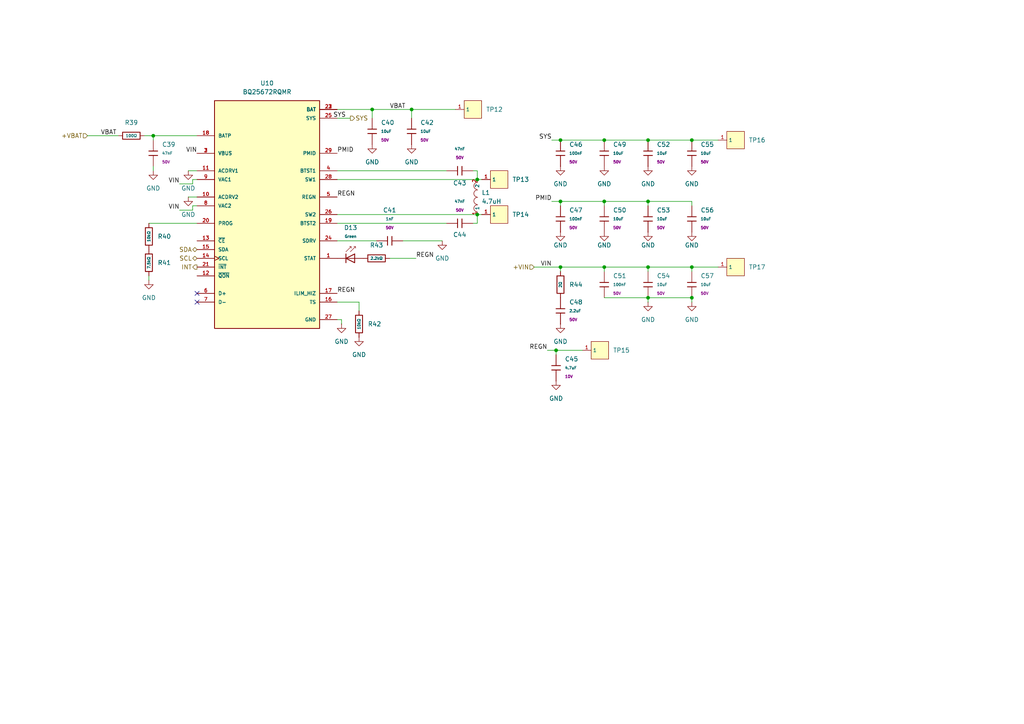
<source format=kicad_sch>
(kicad_sch (version 20250114) (generator "eeschema") (generator_version "9.0")
  (paper "A4")
  (title_block (title "4S Charger") (date "2025-09-11") (rev "1.0.0") (comment 1 "Tristan Stanford"))
  (junction (at 187.96 86.36))
  (junction (at 175.26 77.47))
  (junction (at 162.56 40.64))
  (junction (at 44.45 39.37))
  (junction (at 187.96 58.42))
  (junction (at 162.56 58.42))
  (junction (at 161.29 101.6))
  (junction (at 138.43 62.23))
  (junction (at 200.66 77.47))
  (junction (at 175.26 58.42))
  (junction (at 107.95 31.75))
  (junction (at 119.38 31.75))
  (junction (at 200.66 86.36))
  (junction (at 138.43 52.07))
  (junction (at 162.56 77.47))
  (junction (at 187.96 77.47))
  (junction (at 175.26 40.64))
  (junction (at 187.96 40.64))
  (junction (at 200.66 40.64))
  (no_connect (at 57.15 87.63))
  (no_connect (at 57.15 85.09))
  (wire (pts (xy 54.61 49.53) (xy 57.15 49.53)))
  (wire (pts (xy 187.96 77.47) (xy 187.96 78.74)))
  (wire (pts (xy 101.6 34.29) (xy 97.79 34.29)))
  (wire (pts (xy 175.26 77.47) (xy 175.26 78.74)))
  (wire (pts (xy 139.7 62.23) (xy 138.43 62.23)))
  (wire (pts (xy 55.88 52.07) (xy 57.15 52.07)))
  (wire (pts (xy 104.14 87.63) (xy 104.14 90.17)))
  (wire (pts (xy 162.56 40.64) (xy 175.26 40.64)))
  (wire (pts (xy 129.54 49.53) (xy 97.79 49.53)))
  (wire (pts (xy 187.96 87.63) (xy 187.96 86.36)))
  (wire (pts (xy 154.94 77.47) (xy 162.56 77.47)))
  (wire (pts (xy 25.4 39.37) (xy 34.29 39.37)))
  (wire (pts (xy 44.45 48.26) (xy 44.45 49.53)))
  (wire (pts (xy 138.43 62.23) (xy 138.43 64.77)))
  (wire (pts (xy 55.88 53.34) (xy 55.88 52.07)))
  (wire (pts (xy 200.66 59.69) (xy 200.66 58.42)))
  (wire (pts (xy 43.18 81.28) (xy 43.18 80.01)))
  (wire (pts (xy 113.03 74.93) (xy 120.65 74.93)))
  (wire (pts (xy 107.95 31.75) (xy 107.95 34.29)))
  (wire (pts (xy 97.79 52.07) (xy 138.43 52.07)))
  (wire (pts (xy 97.79 87.63) (xy 104.14 87.63)))
  (wire (pts (xy 187.96 77.47) (xy 200.66 77.47)))
  (wire (pts (xy 44.45 40.64) (xy 44.45 39.37)))
  (wire (pts (xy 97.79 92.71) (xy 99.06 92.71)))
  (wire (pts (xy 161.29 101.6) (xy 161.29 102.87)))
  (wire (pts (xy 175.26 86.36) (xy 187.96 86.36)))
  (wire (pts (xy 162.56 77.47) (xy 162.56 78.74)))
  (wire (pts (xy 129.54 64.77) (xy 97.79 64.77)))
  (wire (pts (xy 119.38 31.75) (xy 119.38 34.29)))
  (wire (pts (xy 175.26 58.42) (xy 187.96 58.42)))
  (wire (pts (xy 187.96 58.42) (xy 187.96 59.69)))
  (wire (pts (xy 138.43 49.53) (xy 137.16 49.53)))
  (wire (pts (xy 187.96 86.36) (xy 200.66 86.36)))
  (wire (pts (xy 97.79 31.75) (xy 107.95 31.75)))
  (wire (pts (xy 160.02 58.42) (xy 162.56 58.42)))
  (wire (pts (xy 54.61 57.15) (xy 57.15 57.15)))
  (wire (pts (xy 187.96 40.64) (xy 200.66 40.64)))
  (wire (pts (xy 52.07 53.34) (xy 55.88 53.34)))
  (wire (pts (xy 52.07 60.96) (xy 55.88 60.96)))
  (wire (pts (xy 200.66 77.47) (xy 200.66 78.74)))
  (wire (pts (xy 44.45 39.37) (xy 57.15 39.37)))
  (wire (pts (xy 97.79 62.23) (xy 138.43 62.23)))
  (wire (pts (xy 175.26 77.47) (xy 187.96 77.47)))
  (wire (pts (xy 128.27 69.85) (xy 116.84 69.85)))
  (wire (pts (xy 119.38 31.75) (xy 132.08 31.75)))
  (wire (pts (xy 138.43 52.07) (xy 139.7 52.07)))
  (wire (pts (xy 200.66 77.47) (xy 208.28 77.47)))
  (wire (pts (xy 200.66 58.42) (xy 187.96 58.42)))
  (wire (pts (xy 162.56 77.47) (xy 175.26 77.47)))
  (wire (pts (xy 162.56 58.42) (xy 175.26 58.42)))
  (wire (pts (xy 200.66 40.64) (xy 208.28 40.64)))
  (wire (pts (xy 161.29 101.6) (xy 168.91 101.6)))
  (wire (pts (xy 175.26 40.64) (xy 187.96 40.64)))
  (wire (pts (xy 55.88 59.69) (xy 57.15 59.69)))
  (wire (pts (xy 160.02 40.64) (xy 162.56 40.64)))
  (wire (pts (xy 97.79 69.85) (xy 109.22 69.85)))
  (wire (pts (xy 43.18 64.77) (xy 57.15 64.77)))
  (wire (pts (xy 200.66 87.63) (xy 200.66 86.36)))
  (wire (pts (xy 41.91 39.37) (xy 44.45 39.37)))
  (wire (pts (xy 107.95 31.75) (xy 119.38 31.75)))
  (wire (pts (xy 99.06 92.71) (xy 99.06 93.98)))
  (wire (pts (xy 175.26 58.42) (xy 175.26 59.69)))
  (wire (pts (xy 138.43 49.53) (xy 138.43 52.07)))
  (wire (pts (xy 162.56 58.42) (xy 162.56 59.69)))
  (wire (pts (xy 55.88 60.96) (xy 55.88 59.69)))
  (wire (pts (xy 138.43 64.77) (xy 137.16 64.77)))
  (wire (pts (xy 158.75 101.6) (xy 161.29 101.6)))
  (label "REGN" (at 158.75 101.6 180))
  (label "SYS" (at 100.33 34.29 180))
  (label "VIN" (at 57.15 44.45 180))
  (label "VIN" (at 160.02 77.47 180))
  (label "REGN" (at 97.79 57.15 0))
  (label "VBAT" (at 29.21 39.37 0))
  (label "VIN" (at 52.07 60.96 180))
  (label "VIN" (at 52.07 53.34 180))
  (label "PMID" (at 160.02 58.42 180))
  (label "REGN" (at 97.79 85.09 0))
  (label "REGN" (at 120.65 74.93 0))
  (label "PMID" (at 97.79 44.45 0))
  (label "SYS" (at 160.02 40.64 180))
  (label "VBAT" (at 113.03 31.75 0))
  (hierarchical_label "+VBAT" (shape input) (at 25.4 39.37 180))
  (hierarchical_label "+VIN" (shape input) (at 154.94 77.47 180))
  (hierarchical_label "SYS" (shape output) (at 101.6 34.29 0))
  (hierarchical_label "SCL" (shape bidirectional) (at 57.15 74.93 180))
  (hierarchical_label "INT" (shape output) (at 57.15 77.47 180))
  (hierarchical_label "SDA" (shape bidirectional) (at 57.15 72.39 180))
  (symbol (lib_id "4in-power:0402,10kΩ") (at 43.18 68.58 0) (unit 1)
    (property "Reference" "R40" (at 45.72 68.5799 0) (effects (justify left)))
    (property "Value" "10kΩ" (at 43.18 68.58 90) (effects (font (size 0.8 0.8))))
    (property "Footprint" "PCM_JLCPCB:R_0402" (effects (hide yes)))
    (property "Datasheet" "https://www.lcsc.com/datasheet/lcsc_datasheet_2411221126_UNI-ROYAL-Uniroyal-Elec-0402WGF1002TCE_C25744.pdf" (effects (hide yes)))
    (property "Description" "62.5mW Thick Film Resistors 50V ±100ppm/°C ±1% 10kΩ 0402 Chip Resistor - Surface Mount ROHS" (effects (hide yes)))
    (property "LCSC" "C25744" (effects (hide yes)))
    (property "Stock" "24372091" (effects (hide yes)))
    (property "Price" "0.004USD" (effects (hide yes)))
    (property "Process" "SMT" (effects (hide yes)))
    (property "Minimum Qty" "20" (effects (hide yes)))
    (property "Attrition Qty" "10" (effects (hide yes)))
    (property "Class" "Basic Component" (effects (hide yes)))
    (property "Category" "Resistors,Chip Resistor - Surface Mount" (effects (hide yes)))
    (property "Manufacturer" "UNI-ROYAL(Uniroyal Elec)" (effects (hide yes)))
    (property "Part" "0402WGF1002TCE" (effects (hide yes)))
    (property "Resistance" "10kΩ" (effects (hide yes)))
    (property "Power(Watts)" "62.5mW" (effects (hide yes)))
    (property "Type" "Thick Film Resistors" (effects (hide yes)))
    (property "Overload Voltage (Max)" "50V" (effects (hide yes)))
    (property "Operating Temperature Range" "-55°C~+155°C" (effects (hide yes)))
    (property "Tolerance" "±1%" (effects (hide yes)))
    (property "Temperature Coefficient" "±100ppm/°C" (effects (hide yes)))
  )
  (symbol (lib_id "power:GND") (at 200.66 48.26 0) (unit 1)
    (property "Reference" "#PWR086" (effects (hide yes)))
    (property "Value" "GND" (at 200.66 53.34 0))
    (property "Description" "Power symbol creates a global label with name \"GND\" , ground" (effects (hide yes)))
  )
  (symbol (lib_id "power:GND") (at 44.45 49.53 0) (unit 1)
    (property "Reference" "#PWR069" (effects (hide yes)))
    (property "Value" "GND" (at 44.45 54.61 0))
    (property "Description" "Power symbol creates a global label with name \"GND\" , ground" (effects (hide yes)))
  )
  (symbol (lib_id "4in-power:0805,10uF,(2)") (at 175.26 63.5 0) (unit 1)
    (property "Reference" "C50" (at 177.8 60.9599 0) (effects (justify left)))
    (property "Value" "10uF" (at 177.8 63.5 0) (effects (font (size 0.8 0.8)) (justify left)))
    (property "Footprint" "PCM_JLCPCB:C_0805" (effects (hide yes)))
    (property "Datasheet" "https://www.lcsc.com/datasheet/lcsc_datasheet_2411041759_Murata-Electronics-GRM21BR61H106KE43L_C440198.pdf" (effects (hide yes)))
    (property "Description" "50V 10uF X5R ±10% 0805 Multilayer Ceramic Capacitors MLCC - SMD/SMT ROHS" (effects (hide yes)))
    (property "LCSC" "C440198" (effects (hide yes)))
    (property "Stock" "1422246" (effects (hide yes)))
    (property "Price" "0.066USD" (effects (hide yes)))
    (property "Process" "SMT" (effects (hide yes)))
    (property "Minimum Qty" "5" (effects (hide yes)))
    (property "Attrition Qty" "4" (effects (hide yes)))
    (property "Class" "Basic Component" (effects (hide yes)))
    (property "Category" "Capacitors,Multilayer Ceramic Capacitors MLCC - SMD/SMT" (effects (hide yes)))
    (property "Manufacturer" "Murata Electronics" (effects (hide yes)))
    (property "Part" "GRM21BR61H106KE43L" (effects (hide yes)))
    (property "Voltage Rated" "50V" (at 177.8 66.04 0) (effects (font (size 0.8 0.8)) (justify left)))
    (property "Tolerance" "±10%" (effects (hide yes)))
    (property "Capacitance" "10uF" (effects (hide yes)))
    (property "Temperature Coefficient" "X5R" (effects (hide yes)))
  )
  (symbol (lib_id "4in-power:RH-5015") (at 173.99 101.6 0) (unit 1)
    (property "Reference" "TP15" (at 177.8 101.5999 0) (effects (justify left)))
    (property "Value" "RH-5015" (effects (hide yes)))
    (property "Footprint" "4in-power:SMD_RH-5015" (effects (hide yes)))
    (property "Datasheet" "https://cn.bing.com/search?q=datasheet%3A+%20RH-5015" (effects (hide yes)))
    (property "LCSC" "C5199798" (effects (hide yes)))
  )
  (symbol (lib_id "PCM_JLCPCB-Diodes:LED,0805,Green") (at 101.6 74.93 270) (unit 1)
    (property "Reference" "D13" (at 101.6952 66.04 90))
    (property "Value" "Green" (at 101.6952 68.58 90) (effects (font (size 0.8 0.8))))
    (property "Footprint" "PCM_JLCPCB:D_0805" (effects (hide yes)))
    (property "Datasheet" "https://www.lcsc.com/datasheet/lcsc_datasheet_1806151820_Hubei-KENTO-Elec-KT-0805G_C2297.pdf" (effects (hide yes)))
    (property "Description" "Emerald 0805 LED Indication - Discrete ROHS" (effects (hide yes)))
    (property "LCSC" "C2297" (effects (hide yes)))
    (property "Stock" "2062782" (effects (hide yes)))
    (property "Price" "0.014USD" (effects (hide yes)))
    (property "Process" "SMT" (effects (hide yes)))
    (property "Minimum Qty" "20" (effects (hide yes)))
    (property "Attrition Qty" "10" (effects (hide yes)))
    (property "Class" "Basic Component" (effects (hide yes)))
    (property "Category" "Optoelectronics,Light Emitting Diodes (LED)" (effects (hide yes)))
    (property "Manufacturer" "Hubei KENTO Elec" (effects (hide yes)))
    (property "Part" "KT-0805G" (effects (hide yes)))
    (property "Emitted Color" "Emerald" (effects (hide yes)))
  )
  (symbol (lib_id "4in-power:0402,10kΩ") (at 104.14 93.98 0) (unit 1)
    (property "Reference" "R42" (at 106.68 93.9799 0) (effects (justify left)))
    (property "Value" "10kΩ" (at 104.14 93.98 90) (effects (font (size 0.8 0.8))))
    (property "Footprint" "PCM_JLCPCB:R_0402" (effects (hide yes)))
    (property "Datasheet" "https://www.lcsc.com/datasheet/lcsc_datasheet_2411221126_UNI-ROYAL-Uniroyal-Elec-0402WGF1002TCE_C25744.pdf" (effects (hide yes)))
    (property "Description" "62.5mW Thick Film Resistors 50V ±100ppm/°C ±1% 10kΩ 0402 Chip Resistor - Surface Mount ROHS" (effects (hide yes)))
    (property "LCSC" "C25744" (effects (hide yes)))
    (property "Stock" "24372091" (effects (hide yes)))
    (property "Price" "0.004USD" (effects (hide yes)))
    (property "Process" "SMT" (effects (hide yes)))
    (property "Minimum Qty" "20" (effects (hide yes)))
    (property "Attrition Qty" "10" (effects (hide yes)))
    (property "Class" "Basic Component" (effects (hide yes)))
    (property "Category" "Resistors,Chip Resistor - Surface Mount" (effects (hide yes)))
    (property "Manufacturer" "UNI-ROYAL(Uniroyal Elec)" (effects (hide yes)))
    (property "Part" "0402WGF1002TCE" (effects (hide yes)))
    (property "Resistance" "10kΩ" (effects (hide yes)))
    (property "Power(Watts)" "62.5mW" (effects (hide yes)))
    (property "Type" "Thick Film Resistors" (effects (hide yes)))
    (property "Overload Voltage (Max)" "50V" (effects (hide yes)))
    (property "Operating Temperature Range" "-55°C~+155°C" (effects (hide yes)))
    (property "Tolerance" "±1%" (effects (hide yes)))
    (property "Temperature Coefficient" "±100ppm/°C" (effects (hide yes)))
  )
  (symbol (lib_id "4in-power:0805,10uF,(2)") (at 175.26 44.45 0) (unit 1)
    (property "Reference" "C49" (at 177.8 41.9099 0) (effects (justify left)))
    (property "Value" "10uF" (at 177.8 44.45 0) (effects (font (size 0.8 0.8)) (justify left)))
    (property "Footprint" "PCM_JLCPCB:C_0805" (effects (hide yes)))
    (property "Datasheet" "https://www.lcsc.com/datasheet/lcsc_datasheet_2411041759_Murata-Electronics-GRM21BR61H106KE43L_C440198.pdf" (effects (hide yes)))
    (property "Description" "50V 10uF X5R ±10% 0805 Multilayer Ceramic Capacitors MLCC - SMD/SMT ROHS" (effects (hide yes)))
    (property "LCSC" "C440198" (effects (hide yes)))
    (property "Stock" "1422246" (effects (hide yes)))
    (property "Price" "0.066USD" (effects (hide yes)))
    (property "Process" "SMT" (effects (hide yes)))
    (property "Minimum Qty" "5" (effects (hide yes)))
    (property "Attrition Qty" "4" (effects (hide yes)))
    (property "Class" "Basic Component" (effects (hide yes)))
    (property "Category" "Capacitors,Multilayer Ceramic Capacitors MLCC - SMD/SMT" (effects (hide yes)))
    (property "Manufacturer" "Murata Electronics" (effects (hide yes)))
    (property "Part" "GRM21BR61H106KE43L" (effects (hide yes)))
    (property "Voltage Rated" "50V" (at 177.8 46.99 0) (effects (font (size 0.8 0.8)) (justify left)))
    (property "Tolerance" "±10%" (effects (hide yes)))
    (property "Capacitance" "10uF" (effects (hide yes)))
    (property "Temperature Coefficient" "X5R" (effects (hide yes)))
  )
  (symbol (lib_id "4in-power:0603,47nF") (at 133.35 64.77 90) (unit 1)
    (property "Reference" "C44" (at 133.35 68.072 90))
    (property "Value" "47nF" (at 133.35 58.42 90) (effects (font (size 0.8 0.8))))
    (property "Footprint" "PCM_JLCPCB:C_0603" (effects (hide yes)))
    (property "Datasheet" "https://www.lcsc.com/datasheet/lcsc_datasheet_2304140030_Samsung-Electro-Mechanics-CL10B473KB8NNNC_C1622.pdf" (effects (hide yes)))
    (property "Description" "50V 47nF X7R ±10% 0603 Multilayer Ceramic Capacitors MLCC - SMD/SMT ROHS" (effects (hide yes)))
    (property "LCSC" "C1622" (effects (hide yes)))
    (property "Stock" "366842" (effects (hide yes)))
    (property "Price" "0.008USD" (effects (hide yes)))
    (property "Process" "SMT" (effects (hide yes)))
    (property "Minimum Qty" "20" (effects (hide yes)))
    (property "Attrition Qty" "10" (effects (hide yes)))
    (property "Class" "Basic Component" (effects (hide yes)))
    (property "Category" "Capacitors,Multilayer Ceramic Capacitors MLCC - SMD/SMT" (effects (hide yes)))
    (property "Manufacturer" "Samsung Electro-Mechanics" (effects (hide yes)))
    (property "Part" "CL10B473KB8NNNC" (effects (hide yes)))
    (property "Voltage Rated" "50V" (at 133.35 60.96 90) (effects (font (size 0.8 0.8))))
    (property "Tolerance" "±10%" (effects (hide yes)))
    (property "Capacitance" "47nF" (effects (hide yes)))
    (property "Temperature Coefficient" "X7R" (effects (hide yes)))
  )
  (symbol (lib_id "4in-power:0805,10uF,(2)") (at 119.38 38.1 0) (unit 1)
    (property "Reference" "C42" (at 121.92 35.5599 0) (effects (justify left)))
    (property "Value" "10uF" (at 121.92 38.1 0) (effects (font (size 0.8 0.8)) (justify left)))
    (property "Footprint" "PCM_JLCPCB:C_0805" (effects (hide yes)))
    (property "Datasheet" "https://www.lcsc.com/datasheet/lcsc_datasheet_2411041759_Murata-Electronics-GRM21BR61H106KE43L_C440198.pdf" (effects (hide yes)))
    (property "Description" "50V 10uF X5R ±10% 0805 Multilayer Ceramic Capacitors MLCC - SMD/SMT ROHS" (effects (hide yes)))
    (property "LCSC" "C440198" (effects (hide yes)))
    (property "Stock" "1422246" (effects (hide yes)))
    (property "Price" "0.066USD" (effects (hide yes)))
    (property "Process" "SMT" (effects (hide yes)))
    (property "Minimum Qty" "5" (effects (hide yes)))
    (property "Attrition Qty" "4" (effects (hide yes)))
    (property "Class" "Basic Component" (effects (hide yes)))
    (property "Category" "Capacitors,Multilayer Ceramic Capacitors MLCC - SMD/SMT" (effects (hide yes)))
    (property "Manufacturer" "Murata Electronics" (effects (hide yes)))
    (property "Part" "GRM21BR61H106KE43L" (effects (hide yes)))
    (property "Voltage Rated" "50V" (at 121.92 40.64 0) (effects (font (size 0.8 0.8)) (justify left)))
    (property "Tolerance" "±10%" (effects (hide yes)))
    (property "Capacitance" "10uF" (effects (hide yes)))
    (property "Temperature Coefficient" "X5R" (effects (hide yes)))
  )
  (symbol (lib_id "4in-power:0805,10uF,(2)") (at 187.96 44.45 0) (unit 1)
    (property "Reference" "C52" (at 190.5 41.9099 0) (effects (justify left)))
    (property "Value" "10uF" (at 190.5 44.45 0) (effects (font (size 0.8 0.8)) (justify left)))
    (property "Footprint" "PCM_JLCPCB:C_0805" (effects (hide yes)))
    (property "Datasheet" "https://www.lcsc.com/datasheet/lcsc_datasheet_2411041759_Murata-Electronics-GRM21BR61H106KE43L_C440198.pdf" (effects (hide yes)))
    (property "Description" "50V 10uF X5R ±10% 0805 Multilayer Ceramic Capacitors MLCC - SMD/SMT ROHS" (effects (hide yes)))
    (property "LCSC" "C440198" (effects (hide yes)))
    (property "Stock" "1422246" (effects (hide yes)))
    (property "Price" "0.066USD" (effects (hide yes)))
    (property "Process" "SMT" (effects (hide yes)))
    (property "Minimum Qty" "5" (effects (hide yes)))
    (property "Attrition Qty" "4" (effects (hide yes)))
    (property "Class" "Basic Component" (effects (hide yes)))
    (property "Category" "Capacitors,Multilayer Ceramic Capacitors MLCC - SMD/SMT" (effects (hide yes)))
    (property "Manufacturer" "Murata Electronics" (effects (hide yes)))
    (property "Part" "GRM21BR61H106KE43L" (effects (hide yes)))
    (property "Voltage Rated" "50V" (at 190.5 46.99 0) (effects (font (size 0.8 0.8)) (justify left)))
    (property "Tolerance" "±10%" (effects (hide yes)))
    (property "Capacitance" "10uF" (effects (hide yes)))
    (property "Temperature Coefficient" "X5R" (effects (hide yes)))
  )
  (symbol (lib_id "power:GND") (at 187.96 67.31 0) (unit 1)
    (property "Reference" "#PWR084" (effects (hide yes)))
    (property "Value" "GND" (at 187.96 71.12 0))
    (property "Description" "Power symbol creates a global label with name \"GND\" , ground" (effects (hide yes)))
  )
  (symbol (lib_id "4in-power:RH-5015") (at 213.36 40.64 0) (unit 1)
    (property "Reference" "TP16" (at 217.17 40.6399 0) (effects (justify left)))
    (property "Value" "RH-5015" (effects (hide yes)))
    (property "Footprint" "4in-power:SMD_RH-5015" (effects (hide yes)))
    (property "Datasheet" "https://cn.bing.com/search?q=datasheet%3A+%20RH-5015" (effects (hide yes)))
    (property "LCSC" "C5199798" (effects (hide yes)))
  )
  (symbol (lib_id "4in-power:RH-5015") (at 137.16 31.75 0) (unit 1)
    (property "Reference" "TP12" (at 140.97 31.7499 0) (effects (justify left)))
    (property "Value" "RH-5015" (effects (hide yes)))
    (property "Footprint" "4in-power:SMD_RH-5015" (effects (hide yes)))
    (property "Datasheet" "https://cn.bing.com/search?q=datasheet%3A+%20RH-5015" (effects (hide yes)))
    (property "LCSC" "C5199798" (effects (hide yes)))
  )
  (symbol (lib_id "power:GND") (at 175.26 67.31 0) (unit 1)
    (property "Reference" "#PWR082" (effects (hide yes)))
    (property "Value" "GND" (at 175.26 71.12 0))
    (property "Description" "Power symbol creates a global label with name \"GND\" , ground" (effects (hide yes)))
  )
  (symbol (lib_id "power:GND") (at 99.06 93.98 0) (unit 1)
    (property "Reference" "#PWR072" (effects (hide yes)))
    (property "Value" "GND" (at 99.06 99.06 0))
    (property "Description" "Power symbol creates a global label with name \"GND\" , ground" (effects (hide yes)))
  )
  (symbol (lib_id "4in-power:RH-5015") (at 144.78 62.23 0) (unit 1)
    (property "Reference" "TP14" (at 148.59 62.2299 0) (effects (justify left)))
    (property "Value" "RH-5015" (effects (hide yes)))
    (property "Footprint" "4in-power:SMD_RH-5015" (effects (hide yes)))
    (property "Datasheet" "https://cn.bing.com/search?q=datasheet%3A+%20RH-5015" (effects (hide yes)))
    (property "LCSC" "C5199798" (effects (hide yes)))
  )
  (symbol (lib_id "power:GND") (at 161.29 110.49 0) (mirror y) (unit 1)
    (property "Reference" "#PWR077" (effects (hide yes)))
    (property "Value" "GND" (at 161.29 115.57 0))
    (property "Description" "Power symbol creates a global label with name \"GND\" , ground" (effects (hide yes)))
  )
  (symbol (lib_id "power:GND") (at 128.27 69.85 0) (unit 1)
    (property "Reference" "#PWR076" (effects (hide yes)))
    (property "Value" "GND" (at 128.27 74.93 0))
    (property "Description" "Power symbol creates a global label with name \"GND\" , ground" (effects (hide yes)))
  )
  (symbol (lib_id "4in-power:RH-5015") (at 144.78 52.07 0) (unit 1)
    (property "Reference" "TP13" (at 148.59 52.0699 0) (effects (justify left)))
    (property "Value" "RH-5015" (effects (hide yes)))
    (property "Footprint" "4in-power:SMD_RH-5015" (effects (hide yes)))
    (property "Datasheet" "https://cn.bing.com/search?q=datasheet%3A+%20RH-5015" (effects (hide yes)))
    (property "LCSC" "C5199798" (effects (hide yes)))
  )
  (symbol (lib_id "4in-power:BQ25672RQMR") (at 77.47 62.23 0) (unit 1)
    (property "Reference" "U10" (at 77.47 24.13 0))
    (property "Value" "BQ25672RQMR" (at 77.47 26.67 0))
    (property "Footprint" "4in-power:IC_BQ25672RQMR" (effects (hide yes)))
    (property "Description" "I²C controlled, 1- to 4-cell, 3-A buck battery charger with dual-input selector and integrated ADC" (effects (hide yes)))
    (property "MF" "Texas Instruments" (effects (hide yes)))
    (property "MAXIMUM_PACKAGE_HEIGHT" "1.0mm" (effects (hide yes)))
    (property "Package" "VFQFN-29 Texas Instruments" (effects (hide yes)))
    (property "Price" "None" (effects (hide yes)))
    (property "Check_prices" "https://www.snapeda.com/parts/BQ25672RQMR/Texas+Instruments/view-part/?ref=eda" (effects (hide yes)))
    (property "STANDARD" "Manufacturer Recommendations" (effects (hide yes)))
    (property "PARTREV" "A" (effects (hide yes)))
    (property "SnapEDA_Link" "https://www.snapeda.com/parts/BQ25672RQMR/Texas+Instruments/view-part/?ref=snap" (effects (hide yes)))
    (property "MP" "BQ25672RQMR" (effects (hide yes)))
    (property "Availability" "In Stock" (effects (hide yes)))
    (property "MANUFACTURER" "Texas Instruments" (effects (hide yes)))
  )
  (symbol (lib_id "power:GND") (at 187.96 87.63 0) (unit 1)
    (property "Reference" "#PWR085" (effects (hide yes)))
    (property "Value" "GND" (at 187.96 92.71 0))
    (property "Description" "Power symbol creates a global label with name \"GND\" , ground" (effects (hide yes)))
  )
  (symbol (lib_id "4in-power:0805,10uF,(2)") (at 187.96 63.5 0) (unit 1)
    (property "Reference" "C53" (at 190.5 60.9599 0) (effects (justify left)))
    (property "Value" "10uF" (at 190.5 63.5 0) (effects (font (size 0.8 0.8)) (justify left)))
    (property "Footprint" "PCM_JLCPCB:C_0805" (effects (hide yes)))
    (property "Datasheet" "https://www.lcsc.com/datasheet/lcsc_datasheet_2411041759_Murata-Electronics-GRM21BR61H106KE43L_C440198.pdf" (effects (hide yes)))
    (property "Description" "50V 10uF X5R ±10% 0805 Multilayer Ceramic Capacitors MLCC - SMD/SMT ROHS" (effects (hide yes)))
    (property "LCSC" "C440198" (effects (hide yes)))
    (property "Stock" "1422246" (effects (hide yes)))
    (property "Price" "0.066USD" (effects (hide yes)))
    (property "Process" "SMT" (effects (hide yes)))
    (property "Minimum Qty" "5" (effects (hide yes)))
    (property "Attrition Qty" "4" (effects (hide yes)))
    (property "Class" "Basic Component" (effects (hide yes)))
    (property "Category" "Capacitors,Multilayer Ceramic Capacitors MLCC - SMD/SMT" (effects (hide yes)))
    (property "Manufacturer" "Murata Electronics" (effects (hide yes)))
    (property "Part" "GRM21BR61H106KE43L" (effects (hide yes)))
    (property "Voltage Rated" "50V" (at 190.5 66.04 0) (effects (font (size 0.8 0.8)) (justify left)))
    (property "Tolerance" "±10%" (effects (hide yes)))
    (property "Capacitance" "10uF" (effects (hide yes)))
    (property "Temperature Coefficient" "X5R" (effects (hide yes)))
  )
  (symbol (lib_id "4in-power:0402,2.2kΩ") (at 109.22 74.93 90) (unit 1)
    (property "Reference" "R43" (at 109.22 71.12 90))
    (property "Value" "2.2kΩ" (at 109.22 74.93 90) (effects (font (size 0.8 0.8))))
    (property "Footprint" "PCM_JLCPCB:R_0402" (effects (hide yes)))
    (property "Datasheet" "https://www.lcsc.com/datasheet/lcsc_datasheet_2206010045_UNI-ROYAL-Uniroyal-Elec-0402WGF2201TCE_C25879.pdf" (effects (hide yes)))
    (property "Description" "62.5mW Thick Film Resistors 50V ±100ppm/°C ±1% 2.2kΩ 0402 Chip Resistor - Surface Mount ROHS" (effects (hide yes)))
    (property "LCSC" "C25879" (effects (hide yes)))
    (property "Stock" "1767502" (effects (hide yes)))
    (property "Price" "0.004USD" (effects (hide yes)))
    (property "Process" "SMT" (effects (hide yes)))
    (property "Minimum Qty" "20" (effects (hide yes)))
    (property "Attrition Qty" "10" (effects (hide yes)))
    (property "Class" "Basic Component" (effects (hide yes)))
    (property "Category" "Resistors,Chip Resistor - Surface Mount" (effects (hide yes)))
    (property "Manufacturer" "UNI-ROYAL(Uniroyal Elec)" (effects (hide yes)))
    (property "Part" "0402WGF2201TCE" (effects (hide yes)))
    (property "Resistance" "2.2kΩ" (effects (hide yes)))
    (property "Power(Watts)" "62.5mW" (effects (hide yes)))
    (property "Type" "Thick Film Resistors" (effects (hide yes)))
    (property "Overload Voltage (Max)" "50V" (effects (hide yes)))
    (property "Operating Temperature Range" "-55°C~+155°C" (effects (hide yes)))
    (property "Tolerance" "±1%" (effects (hide yes)))
    (property "Temperature Coefficient" "±100ppm/°C" (effects (hide yes)))
  )
  (symbol (lib_id "4in-power:0402,1nF") (at 113.03 69.85 90) (unit 1)
    (property "Reference" "C41" (at 113.03 60.96 90))
    (property "Value" "1nF" (at 113.03 63.5 90) (effects (font (size 0.8 0.8))))
    (property "Footprint" "PCM_JLCPCB:C_0402" (effects (hide yes)))
    (property "Datasheet" "https://www.lcsc.com/datasheet/lcsc_datasheet_2304140030_FH--Guangdong-Fenghua-Advanced-Tech-0402B102K500NT_C1523.pdf" (effects (hide yes)))
    (property "Description" "50V 1nF X7R ±10% 0402 Multilayer Ceramic Capacitors MLCC - SMD/SMT ROHS" (effects (hide yes)))
    (property "LCSC" "C1523" (effects (hide yes)))
    (property "Stock" "4702397" (effects (hide yes)))
    (property "Price" "0.004USD" (effects (hide yes)))
    (property "Process" "SMT" (effects (hide yes)))
    (property "Minimum Qty" "20" (effects (hide yes)))
    (property "Attrition Qty" "10" (effects (hide yes)))
    (property "Class" "Basic Component" (effects (hide yes)))
    (property "Category" "Capacitors,Multilayer Ceramic Capacitors MLCC - SMD/SMT" (effects (hide yes)))
    (property "Manufacturer" "FH(Guangdong Fenghua Advanced Tech)" (effects (hide yes)))
    (property "Part" "0402B102K500NT" (effects (hide yes)))
    (property "Voltage Rated" "50V" (at 113.03 66.04 90) (effects (font (size 0.8 0.8))))
    (property "Tolerance" "±10%" (effects (hide yes)))
    (property "Capacitance" "1nF" (effects (hide yes)))
    (property "Temperature Coefficient" "X7R" (effects (hide yes)))
  )
  (symbol (lib_id "power:GND") (at 175.26 48.26 0) (unit 1)
    (property "Reference" "#PWR081" (effects (hide yes)))
    (property "Value" "GND" (at 175.26 53.34 0))
    (property "Description" "Power symbol creates a global label with name \"GND\" , ground" (effects (hide yes)))
  )
  (symbol (lib_id "4in-power:0805,2.2uF") (at 162.56 90.17 0) (unit 1)
    (property "Reference" "C48" (at 165.1 87.6299 0) (effects (justify left)))
    (property "Value" "2.2uF" (at 165.1 90.17 0) (effects (font (size 0.8 0.8)) (justify left)))
    (property "Footprint" "PCM_JLCPCB:C_0805" (effects (hide yes)))
    (property "Datasheet" "https://wmsc.lcsc.com/wmsc/upload/file/pdf/v2/lcsc/2304140030_Samsung-Electro-Mechanics-CL21A225KBQNNNE_C377773.pdf" (effects (hide yes)))
    (property "Description" "50V 2.2uF X5R ±10% 0805 Multilayer Ceramic Capacitors MLCC - SMD/SMT ROHS" (effects (hide yes)))
    (property "LCSC" "C377773" (effects (hide yes)))
    (property "Stock" "356544" (effects (hide yes)))
    (property "Price" "0.018USD" (effects (hide yes)))
    (property "Process" "SMT" (effects (hide yes)))
    (property "Minimum Qty" "20" (effects (hide yes)))
    (property "Attrition Qty" "8" (effects (hide yes)))
    (property "Class" "Basic Component" (effects (hide yes)))
    (property "Category" "Capacitors,Multilayer Ceramic Capacitors MLCC - SMD/SMT" (effects (hide yes)))
    (property "Manufacturer" "Samsung Electro-Mechanics" (effects (hide yes)))
    (property "Part" "CL21A225KBQNNNE" (effects (hide yes)))
    (property "Voltage Rated" "50V" (at 165.1 92.71 0) (effects (font (size 0.8 0.8)) (justify left)))
    (property "Tolerance" "±10%" (effects (hide yes)))
    (property "Capacitance" "2.2uF" (effects (hide yes)))
    (property "Temperature Coefficient" "X5R" (effects (hide yes)))
  )
  (symbol (lib_id "4in-power:0402,100nF,(2)") (at 162.56 63.5 0) (unit 1)
    (property "Reference" "C47" (at 165.1 60.9599 0) (effects (justify left)))
    (property "Value" "100nF" (at 165.1 63.5 0) (effects (font (size 0.8 0.8)) (justify left)))
    (property "Footprint" "PCM_JLCPCB:C_0402" (effects (hide yes)))
    (property "Datasheet" "https://www.lcsc.com/datasheet/lcsc_datasheet_2304140030_Samsung-Electro-Mechanics-CL05B104KB54PNC_C307331.pdf" (effects (hide yes)))
    (property "Description" "50V 100nF X7R ±10% 0402 Multilayer Ceramic Capacitors MLCC - SMD/SMT ROHS" (effects (hide yes)))
    (property "LCSC" "C307331" (effects (hide yes)))
    (property "Stock" "8389599" (effects (hide yes)))
    (property "Price" "0.008USD" (effects (hide yes)))
    (property "Process" "SMT" (effects (hide yes)))
    (property "Minimum Qty" "20" (effects (hide yes)))
    (property "Attrition Qty" "10" (effects (hide yes)))
    (property "Class" "Basic Component" (effects (hide yes)))
    (property "Category" "Capacitors,Multilayer Ceramic Capacitors MLCC - SMD/SMT" (effects (hide yes)))
    (property "Manufacturer" "Samsung Electro-Mechanics" (effects (hide yes)))
    (property "Part" "CL05B104KB54PNC" (effects (hide yes)))
    (property "Voltage Rated" "50V" (at 165.1 66.04 0) (effects (font (size 0.8 0.8)) (justify left)))
    (property "Tolerance" "±10%" (effects (hide yes)))
    (property "Capacitance" "100nF" (effects (hide yes)))
    (property "Temperature Coefficient" "X7R" (effects (hide yes)))
  )
  (symbol (lib_id "4in-power:TMS322512ALM-1R0MTAA") (at 138.43 57.15 90) (unit 1)
    (property "Reference" "L1" (at 139.7 55.8799 90) (effects (justify right)))
    (property "Value" "4.7uH" (at 139.7 58.4199 90) (effects (justify right)))
    (property "Footprint" "4in-power:IND-SMD_L3.2-W2.5-1" (effects (hide yes)))
    (property "Datasheet" "https://item.szlcsc.com/198502.html" (effects (hide yes)))
    (property "LCSC" "C5159968" (effects (hide yes)))
  )
  (symbol (lib_id "4in-power:0805,10uF,(2)") (at 200.66 63.5 0) (unit 1)
    (property "Reference" "C56" (at 203.2 60.9599 0) (effects (justify left)))
    (property "Value" "10uF" (at 203.2 63.5 0) (effects (font (size 0.8 0.8)) (justify left)))
    (property "Footprint" "PCM_JLCPCB:C_0805" (effects (hide yes)))
    (property "Datasheet" "https://www.lcsc.com/datasheet/lcsc_datasheet_2411041759_Murata-Electronics-GRM21BR61H106KE43L_C440198.pdf" (effects (hide yes)))
    (property "Description" "50V 10uF X5R ±10% 0805 Multilayer Ceramic Capacitors MLCC - SMD/SMT ROHS" (effects (hide yes)))
    (property "LCSC" "C440198" (effects (hide yes)))
    (property "Stock" "1422246" (effects (hide yes)))
    (property "Price" "0.066USD" (effects (hide yes)))
    (property "Process" "SMT" (effects (hide yes)))
    (property "Minimum Qty" "5" (effects (hide yes)))
    (property "Attrition Qty" "4" (effects (hide yes)))
    (property "Class" "Basic Component" (effects (hide yes)))
    (property "Category" "Capacitors,Multilayer Ceramic Capacitors MLCC - SMD/SMT" (effects (hide yes)))
    (property "Manufacturer" "Murata Electronics" (effects (hide yes)))
    (property "Part" "GRM21BR61H106KE43L" (effects (hide yes)))
    (property "Voltage Rated" "50V" (at 203.2 66.04 0) (effects (font (size 0.8 0.8)) (justify left)))
    (property "Tolerance" "±10%" (effects (hide yes)))
    (property "Capacitance" "10uF" (effects (hide yes)))
    (property "Temperature Coefficient" "X5R" (effects (hide yes)))
  )
  (symbol (lib_id "power:GND") (at 162.56 48.26 0) (unit 1)
    (property "Reference" "#PWR078" (effects (hide yes)))
    (property "Value" "GND" (at 162.56 53.34 0))
    (property "Description" "Power symbol creates a global label with name \"GND\" , ground" (effects (hide yes)))
  )
  (symbol (lib_id "power:GND") (at 107.95 41.91 0) (mirror y) (unit 1)
    (property "Reference" "#PWR074" (effects (hide yes)))
    (property "Value" "GND" (at 107.95 46.99 0))
    (property "Description" "Power symbol creates a global label with name \"GND\" , ground" (effects (hide yes)))
  )
  (symbol (lib_id "4in-power:0805,10uF,(2)") (at 200.66 44.45 0) (unit 1)
    (property "Reference" "C55" (at 203.2 41.9099 0) (effects (justify left)))
    (property "Value" "10uF" (at 203.2 44.45 0) (effects (font (size 0.8 0.8)) (justify left)))
    (property "Footprint" "PCM_JLCPCB:C_0805" (effects (hide yes)))
    (property "Datasheet" "https://www.lcsc.com/datasheet/lcsc_datasheet_2411041759_Murata-Electronics-GRM21BR61H106KE43L_C440198.pdf" (effects (hide yes)))
    (property "Description" "50V 10uF X5R ±10% 0805 Multilayer Ceramic Capacitors MLCC - SMD/SMT ROHS" (effects (hide yes)))
    (property "LCSC" "C440198" (effects (hide yes)))
    (property "Stock" "1422246" (effects (hide yes)))
    (property "Price" "0.066USD" (effects (hide yes)))
    (property "Process" "SMT" (effects (hide yes)))
    (property "Minimum Qty" "5" (effects (hide yes)))
    (property "Attrition Qty" "4" (effects (hide yes)))
    (property "Class" "Basic Component" (effects (hide yes)))
    (property "Category" "Capacitors,Multilayer Ceramic Capacitors MLCC - SMD/SMT" (effects (hide yes)))
    (property "Manufacturer" "Murata Electronics" (effects (hide yes)))
    (property "Part" "GRM21BR61H106KE43L" (effects (hide yes)))
    (property "Voltage Rated" "50V" (at 203.2 46.99 0) (effects (font (size 0.8 0.8)) (justify left)))
    (property "Tolerance" "±10%" (effects (hide yes)))
    (property "Capacitance" "10uF" (effects (hide yes)))
    (property "Temperature Coefficient" "X5R" (effects (hide yes)))
  )
  (symbol (lib_id "power:GND") (at 54.61 49.53 0) (unit 1)
    (property "Reference" "#PWR070" (effects (hide yes)))
    (property "Value" "GND" (at 54.61 54.61 0))
    (property "Description" "Power symbol creates a global label with name \"GND\" , ground" (effects (hide yes)))
  )
  (symbol (lib_id "4in-power:0402,7.5kΩ") (at 43.18 76.2 0) (unit 1)
    (property "Reference" "R41" (at 45.72 76.1999 0) (effects (justify left)))
    (property "Value" "7.5kΩ" (at 43.18 76.2 90) (effects (font (size 0.8 0.8))))
    (property "Footprint" "PCM_JLCPCB:R_0402" (effects (hide yes)))
    (property "Datasheet" "https://www.lcsc.com/datasheet/lcsc_datasheet_2206010045_UNI-ROYAL-Uniroyal-Elec-0402WGF7501TCE_C25918.pdf" (effects (hide yes)))
    (property "Description" "62.5mW Thick Film Resistors 50V ±100ppm/°C ±1% 7.5kΩ 0402 Chip Resistor - Surface Mount ROHS" (effects (hide yes)))
    (property "LCSC" "C25918" (effects (hide yes)))
    (property "Stock" "105011" (effects (hide yes)))
    (property "Price" "0.004USD" (effects (hide yes)))
    (property "Process" "SMT" (effects (hide yes)))
    (property "Minimum Qty" "20" (effects (hide yes)))
    (property "Attrition Qty" "10" (effects (hide yes)))
    (property "Class" "Preferred Component" (effects (hide yes)))
    (property "Category" "Resistors,Chip Resistor - Surface Mount" (effects (hide yes)))
    (property "Manufacturer" "UNI-ROYAL(Uniroyal Elec)" (effects (hide yes)))
    (property "Part" "0402WGF7501TCE" (effects (hide yes)))
    (property "Resistance" "7.5kΩ" (effects (hide yes)))
    (property "Power(Watts)" "62.5mW" (effects (hide yes)))
    (property "Type" "Thick Film Resistors" (effects (hide yes)))
    (property "Overload Voltage (Max)" "50V" (effects (hide yes)))
    (property "Operating Temperature Range" "-55°C~+155°C" (effects (hide yes)))
    (property "Tolerance" "±1%" (effects (hide yes)))
    (property "Temperature Coefficient" "±100ppm/°C" (effects (hide yes)))
  )
  (symbol (lib_id "4in-power:0805,10uF,(2)") (at 187.96 82.55 0) (unit 1)
    (property "Reference" "C54" (at 190.5 80.0099 0) (effects (justify left)))
    (property "Value" "10uF" (at 190.5 82.55 0) (effects (font (size 0.8 0.8)) (justify left)))
    (property "Footprint" "PCM_JLCPCB:C_0805" (effects (hide yes)))
    (property "Datasheet" "https://www.lcsc.com/datasheet/lcsc_datasheet_2411041759_Murata-Electronics-GRM21BR61H106KE43L_C440198.pdf" (effects (hide yes)))
    (property "Description" "50V 10uF X5R ±10% 0805 Multilayer Ceramic Capacitors MLCC - SMD/SMT ROHS" (effects (hide yes)))
    (property "LCSC" "C440198" (effects (hide yes)))
    (property "Stock" "1422246" (effects (hide yes)))
    (property "Price" "0.066USD" (effects (hide yes)))
    (property "Process" "SMT" (effects (hide yes)))
    (property "Minimum Qty" "5" (effects (hide yes)))
    (property "Attrition Qty" "4" (effects (hide yes)))
    (property "Class" "Basic Component" (effects (hide yes)))
    (property "Category" "Capacitors,Multilayer Ceramic Capacitors MLCC - SMD/SMT" (effects (hide yes)))
    (property "Manufacturer" "Murata Electronics" (effects (hide yes)))
    (property "Part" "GRM21BR61H106KE43L" (effects (hide yes)))
    (property "Voltage Rated" "50V" (at 190.5 85.09 0) (effects (font (size 0.8 0.8)) (justify left)))
    (property "Tolerance" "±10%" (effects (hide yes)))
    (property "Capacitance" "10uF" (effects (hide yes)))
    (property "Temperature Coefficient" "X5R" (effects (hide yes)))
  )
  (symbol (lib_id "4in-power:RH-5015") (at 213.36 77.47 0) (unit 1)
    (property "Reference" "TP17" (at 217.17 77.4699 0) (effects (justify left)))
    (property "Value" "RH-5015" (effects (hide yes)))
    (property "Footprint" "4in-power:SMD_RH-5015" (effects (hide yes)))
    (property "Datasheet" "https://cn.bing.com/search?q=datasheet%3A+%20RH-5015" (effects (hide yes)))
    (property "LCSC" "C5199798" (effects (hide yes)))
  )
  (symbol (lib_id "power:GND") (at 162.56 67.31 0) (unit 1)
    (property "Reference" "#PWR079" (effects (hide yes)))
    (property "Value" "GND" (at 162.56 71.12 0))
    (property "Description" "Power symbol creates a global label with name \"GND\" , ground" (effects (hide yes)))
  )
  (symbol (lib_id "power:GND") (at 54.61 57.15 0) (unit 1)
    (property "Reference" "#PWR071" (effects (hide yes)))
    (property "Value" "GND" (at 54.61 62.23 0))
    (property "Description" "Power symbol creates a global label with name \"GND\" , ground" (effects (hide yes)))
  )
  (symbol (lib_id "power:GND") (at 200.66 87.63 0) (unit 1)
    (property "Reference" "#PWR088" (effects (hide yes)))
    (property "Value" "GND" (at 200.66 92.71 0))
    (property "Description" "Power symbol creates a global label with name \"GND\" , ground" (effects (hide yes)))
  )
  (symbol (lib_id "4in-power:0402,100nF,(2)") (at 162.56 44.45 0) (unit 1)
    (property "Reference" "C46" (at 165.1 41.9099 0) (effects (justify left)))
    (property "Value" "100nF" (at 165.1 44.45 0) (effects (font (size 0.8 0.8)) (justify left)))
    (property "Footprint" "PCM_JLCPCB:C_0402" (effects (hide yes)))
    (property "Datasheet" "https://www.lcsc.com/datasheet/lcsc_datasheet_2304140030_Samsung-Electro-Mechanics-CL05B104KB54PNC_C307331.pdf" (effects (hide yes)))
    (property "Description" "50V 100nF X7R ±10% 0402 Multilayer Ceramic Capacitors MLCC - SMD/SMT ROHS" (effects (hide yes)))
    (property "LCSC" "C307331" (effects (hide yes)))
    (property "Stock" "8389599" (effects (hide yes)))
    (property "Price" "0.008USD" (effects (hide yes)))
    (property "Process" "SMT" (effects (hide yes)))
    (property "Minimum Qty" "20" (effects (hide yes)))
    (property "Attrition Qty" "10" (effects (hide yes)))
    (property "Class" "Basic Component" (effects (hide yes)))
    (property "Category" "Capacitors,Multilayer Ceramic Capacitors MLCC - SMD/SMT" (effects (hide yes)))
    (property "Manufacturer" "Samsung Electro-Mechanics" (effects (hide yes)))
    (property "Part" "CL05B104KB54PNC" (effects (hide yes)))
    (property "Voltage Rated" "50V" (at 165.1 46.99 0) (effects (font (size 0.8 0.8)) (justify left)))
    (property "Tolerance" "±10%" (effects (hide yes)))
    (property "Capacitance" "100nF" (effects (hide yes)))
    (property "Temperature Coefficient" "X7R" (effects (hide yes)))
  )
  (symbol (lib_id "power:GND") (at 43.18 81.28 0) (unit 1)
    (property "Reference" "#PWR068" (effects (hide yes)))
    (property "Value" "GND" (at 43.18 86.36 0))
    (property "Description" "Power symbol creates a global label with name \"GND\" , ground" (effects (hide yes)))
  )
  (symbol (lib_id "power:GND") (at 119.38 41.91 0) (unit 1)
    (property "Reference" "#PWR075" (effects (hide yes)))
    (property "Value" "GND" (at 119.38 46.99 0))
    (property "Description" "Power symbol creates a global label with name \"GND\" , ground" (effects (hide yes)))
  )
  (symbol (lib_id "4in-power:0402,4.7uF") (at 161.29 106.68 0) (unit 1)
    (property "Reference" "C45" (at 163.83 104.1399 0) (effects (justify left)))
    (property "Value" "4.7uF" (at 163.83 106.68 0) (effects (font (size 0.8 0.8)) (justify left)))
    (property "Footprint" "PCM_JLCPCB:C_0402" (effects (hide yes)))
    (property "Datasheet" "https://www.lcsc.com/datasheet/lcsc_datasheet_2304140030_Samsung-Electro-Mechanics-CL05A475MP5NRNC_C23733.pdf" (effects (hide yes)))
    (property "Description" "10V 4.7uF X5R ±20% 0402 Multilayer Ceramic Capacitors MLCC - SMD/SMT ROHS" (effects (hide yes)))
    (property "LCSC" "C23733" (effects (hide yes)))
    (property "Stock" "4366811" (effects (hide yes)))
    (property "Price" "0.008USD" (effects (hide yes)))
    (property "Process" "SMT" (effects (hide yes)))
    (property "Minimum Qty" "20" (effects (hide yes)))
    (property "Attrition Qty" "10" (effects (hide yes)))
    (property "Class" "Basic Component" (effects (hide yes)))
    (property "Category" "Capacitors,Multilayer Ceramic Capacitors MLCC - SMD/SMT" (effects (hide yes)))
    (property "Manufacturer" "Samsung Electro-Mechanics" (effects (hide yes)))
    (property "Part" "CL05A475MP5NRNC" (effects (hide yes)))
    (property "Voltage Rated" "10V" (at 163.83 109.22 0) (effects (font (size 0.8 0.8)) (justify left)))
    (property "Tolerance" "±20%" (effects (hide yes)))
    (property "Capacitance" "4.7uF" (effects (hide yes)))
    (property "Temperature Coefficient" "X5R" (effects (hide yes)))
  )
  (symbol (lib_id "power:GND") (at 187.96 48.26 0) (unit 1)
    (property "Reference" "#PWR083" (effects (hide yes)))
    (property "Value" "GND" (at 187.96 53.34 0))
    (property "Description" "Power symbol creates a global label with name \"GND\" , ground" (effects (hide yes)))
  )
  (symbol (lib_id "PCM_JLCPCB-Resistors:0603,2Ω") (at 162.56 82.55 0) (unit 1)
    (property "Reference" "R44" (at 165.1 82.5499 0) (effects (justify left)))
    (property "Value" "2Ω" (at 162.56 82.55 90) (effects (font (size 0.8 0.8))))
    (property "Footprint" "PCM_JLCPCB:R_0603" (effects (hide yes)))
    (property "Datasheet" "https://www.lcsc.com/datasheet/lcsc_datasheet_2206010116_UNI-ROYAL-Uniroyal-Elec-0603WAF200KT5E_C22977.pdf" (effects (hide yes)))
    (property "Description" "100mW Thick Film Resistors 75V ±1% ±200ppm/°C 2Ω 0603 Chip Resistor - Surface Mount ROHS" (effects (hide yes)))
    (property "LCSC" "C22977" (effects (hide yes)))
    (property "Stock" "880724" (effects (hide yes)))
    (property "Price" "0.005USD" (effects (hide yes)))
    (property "Process" "SMT" (effects (hide yes)))
    (property "Minimum Qty" "20" (effects (hide yes)))
    (property "Attrition Qty" "10" (effects (hide yes)))
    (property "Class" "Basic Component" (effects (hide yes)))
    (property "Category" "Resistors,Chip Resistor - Surface Mount" (effects (hide yes)))
    (property "Manufacturer" "UNI-ROYAL(Uniroyal Elec)" (effects (hide yes)))
    (property "Part" "0603WAF200KT5E" (effects (hide yes)))
    (property "Resistance" "2Ω" (effects (hide yes)))
    (property "Power(Watts)" "100mW" (effects (hide yes)))
    (property "Type" "Thick Film Resistors" (effects (hide yes)))
    (property "Overload Voltage (Max)" "75V" (effects (hide yes)))
    (property "Operating Temperature Range" "-55°C~+155°C" (effects (hide yes)))
    (property "Tolerance" "±1%" (effects (hide yes)))
    (property "Temperature Coefficient" "±200ppm/°C" (effects (hide yes)))
  )
  (symbol (lib_id "power:GND") (at 104.14 97.79 0) (unit 1)
    (property "Reference" "#PWR073" (effects (hide yes)))
    (property "Value" "GND" (at 104.14 102.87 0))
    (property "Description" "Power symbol creates a global label with name \"GND\" , ground" (effects (hide yes)))
  )
  (symbol (lib_id "power:GND") (at 200.66 67.31 0) (unit 1)
    (property "Reference" "#PWR087" (effects (hide yes)))
    (property "Value" "GND" (at 200.66 71.12 0))
    (property "Description" "Power symbol creates a global label with name \"GND\" , ground" (effects (hide yes)))
  )
  (symbol (lib_id "4in-power:0805,10uF,(2)") (at 200.66 82.55 0) (unit 1)
    (property "Reference" "C57" (at 203.2 80.0099 0) (effects (justify left)))
    (property "Value" "10uF" (at 203.2 82.55 0) (effects (font (size 0.8 0.8)) (justify left)))
    (property "Footprint" "PCM_JLCPCB:C_0805" (effects (hide yes)))
    (property "Datasheet" "https://www.lcsc.com/datasheet/lcsc_datasheet_2411041759_Murata-Electronics-GRM21BR61H106KE43L_C440198.pdf" (effects (hide yes)))
    (property "Description" "50V 10uF X5R ±10% 0805 Multilayer Ceramic Capacitors MLCC - SMD/SMT ROHS" (effects (hide yes)))
    (property "LCSC" "C440198" (effects (hide yes)))
    (property "Stock" "1422246" (effects (hide yes)))
    (property "Price" "0.066USD" (effects (hide yes)))
    (property "Process" "SMT" (effects (hide yes)))
    (property "Minimum Qty" "5" (effects (hide yes)))
    (property "Attrition Qty" "4" (effects (hide yes)))
    (property "Class" "Basic Component" (effects (hide yes)))
    (property "Category" "Capacitors,Multilayer Ceramic Capacitors MLCC - SMD/SMT" (effects (hide yes)))
    (property "Manufacturer" "Murata Electronics" (effects (hide yes)))
    (property "Part" "GRM21BR61H106KE43L" (effects (hide yes)))
    (property "Voltage Rated" "50V" (at 203.2 85.09 0) (effects (font (size 0.8 0.8)) (justify left)))
    (property "Tolerance" "±10%" (effects (hide yes)))
    (property "Capacitance" "10uF" (effects (hide yes)))
    (property "Temperature Coefficient" "X5R" (effects (hide yes)))
  )
  (symbol (lib_id "power:GND") (at 162.56 93.98 0) (unit 1)
    (property "Reference" "#PWR080" (effects (hide yes)))
    (property "Value" "GND" (at 162.56 99.06 0))
    (property "Description" "Power symbol creates a global label with name \"GND\" , ground" (effects (hide yes)))
  )
  (symbol (lib_id "4in-power:0603,47nF") (at 133.35 49.53 90) (unit 1)
    (property "Reference" "C43" (at 133.35 53.086 90))
    (property "Value" "47nF" (at 133.35 43.18 90) (effects (font (size 0.8 0.8))))
    (property "Footprint" "PCM_JLCPCB:C_0603" (effects (hide yes)))
    (property "Datasheet" "https://www.lcsc.com/datasheet/lcsc_datasheet_2304140030_Samsung-Electro-Mechanics-CL10B473KB8NNNC_C1622.pdf" (effects (hide yes)))
    (property "Description" "50V 47nF X7R ±10% 0603 Multilayer Ceramic Capacitors MLCC - SMD/SMT ROHS" (effects (hide yes)))
    (property "LCSC" "C1622" (effects (hide yes)))
    (property "Stock" "366842" (effects (hide yes)))
    (property "Price" "0.008USD" (effects (hide yes)))
    (property "Process" "SMT" (effects (hide yes)))
    (property "Minimum Qty" "20" (effects (hide yes)))
    (property "Attrition Qty" "10" (effects (hide yes)))
    (property "Class" "Basic Component" (effects (hide yes)))
    (property "Category" "Capacitors,Multilayer Ceramic Capacitors MLCC - SMD/SMT" (effects (hide yes)))
    (property "Manufacturer" "Samsung Electro-Mechanics" (effects (hide yes)))
    (property "Part" "CL10B473KB8NNNC" (effects (hide yes)))
    (property "Voltage Rated" "50V" (at 133.35 45.72 90) (effects (font (size 0.8 0.8))))
    (property "Tolerance" "±10%" (effects (hide yes)))
    (property "Capacitance" "47nF" (effects (hide yes)))
    (property "Temperature Coefficient" "X7R" (effects (hide yes)))
  )
  (symbol (lib_id "4in-power:0805,10uF,(2)") (at 107.95 38.1 0) (unit 1)
    (property "Reference" "C40" (at 110.49 35.5599 0) (effects (justify left)))
    (property "Value" "10uF" (at 110.49 38.1 0) (effects (font (size 0.8 0.8)) (justify left)))
    (property "Footprint" "PCM_JLCPCB:C_0805" (effects (hide yes)))
    (property "Datasheet" "https://www.lcsc.com/datasheet/lcsc_datasheet_2411041759_Murata-Electronics-GRM21BR61H106KE43L_C440198.pdf" (effects (hide yes)))
    (property "Description" "50V 10uF X5R ±10% 0805 Multilayer Ceramic Capacitors MLCC - SMD/SMT ROHS" (effects (hide yes)))
    (property "LCSC" "C440198" (effects (hide yes)))
    (property "Stock" "1422246" (effects (hide yes)))
    (property "Price" "0.066USD" (effects (hide yes)))
    (property "Process" "SMT" (effects (hide yes)))
    (property "Minimum Qty" "5" (effects (hide yes)))
    (property "Attrition Qty" "4" (effects (hide yes)))
    (property "Class" "Basic Component" (effects (hide yes)))
    (property "Category" "Capacitors,Multilayer Ceramic Capacitors MLCC - SMD/SMT" (effects (hide yes)))
    (property "Manufacturer" "Murata Electronics" (effects (hide yes)))
    (property "Part" "GRM21BR61H106KE43L" (effects (hide yes)))
    (property "Voltage Rated" "50V" (at 110.49 40.64 0) (effects (font (size 0.8 0.8)) (justify left)))
    (property "Tolerance" "±10%" (effects (hide yes)))
    (property "Capacitance" "10uF" (effects (hide yes)))
    (property "Temperature Coefficient" "X5R" (effects (hide yes)))
  )
  (symbol (lib_id "4in-power:0402,100nF,(2)") (at 175.26 82.55 0) (unit 1)
    (property "Reference" "C51" (at 177.8 80.0099 0) (effects (justify left)))
    (property "Value" "100nF" (at 177.8 82.55 0) (effects (font (size 0.8 0.8)) (justify left)))
    (property "Footprint" "PCM_JLCPCB:C_0402" (effects (hide yes)))
    (property "Datasheet" "https://www.lcsc.com/datasheet/lcsc_datasheet_2304140030_Samsung-Electro-Mechanics-CL05B104KB54PNC_C307331.pdf" (effects (hide yes)))
    (property "Description" "50V 100nF X7R ±10% 0402 Multilayer Ceramic Capacitors MLCC - SMD/SMT ROHS" (effects (hide yes)))
    (property "LCSC" "C307331" (effects (hide yes)))
    (property "Stock" "8389599" (effects (hide yes)))
    (property "Price" "0.008USD" (effects (hide yes)))
    (property "Process" "SMT" (effects (hide yes)))
    (property "Minimum Qty" "20" (effects (hide yes)))
    (property "Attrition Qty" "10" (effects (hide yes)))
    (property "Class" "Basic Component" (effects (hide yes)))
    (property "Category" "Capacitors,Multilayer Ceramic Capacitors MLCC - SMD/SMT" (effects (hide yes)))
    (property "Manufacturer" "Samsung Electro-Mechanics" (effects (hide yes)))
    (property "Part" "CL05B104KB54PNC" (effects (hide yes)))
    (property "Voltage Rated" "50V" (at 177.8 85.09 0) (effects (font (size 0.8 0.8)) (justify left)))
    (property "Tolerance" "±10%" (effects (hide yes)))
    (property "Capacitance" "100nF" (effects (hide yes)))
    (property "Temperature Coefficient" "X7R" (effects (hide yes)))
  )
  (symbol (lib_id "4in-power:0603,47nF") (at 44.45 44.45 0) (unit 1)
    (property "Reference" "C39" (at 46.99 41.9099 0) (effects (justify left)))
    (property "Value" "47nF" (at 46.99 44.45 0) (effects (font (size 0.8 0.8)) (justify left)))
    (property "Footprint" "PCM_JLCPCB:C_0603" (effects (hide yes)))
    (property "Datasheet" "https://www.lcsc.com/datasheet/lcsc_datasheet_2304140030_Samsung-Electro-Mechanics-CL10B473KB8NNNC_C1622.pdf" (effects (hide yes)))
    (property "Description" "50V 47nF X7R ±10% 0603 Multilayer Ceramic Capacitors MLCC - SMD/SMT ROHS" (effects (hide yes)))
    (property "LCSC" "C1622" (effects (hide yes)))
    (property "Stock" "366842" (effects (hide yes)))
    (property "Price" "0.008USD" (effects (hide yes)))
    (property "Process" "SMT" (effects (hide yes)))
    (property "Minimum Qty" "20" (effects (hide yes)))
    (property "Attrition Qty" "10" (effects (hide yes)))
    (property "Class" "Basic Component" (effects (hide yes)))
    (property "Category" "Capacitors,Multilayer Ceramic Capacitors MLCC - SMD/SMT" (effects (hide yes)))
    (property "Manufacturer" "Samsung Electro-Mechanics" (effects (hide yes)))
    (property "Part" "CL10B473KB8NNNC" (effects (hide yes)))
    (property "Voltage Rated" "50V" (at 46.99 46.99 0) (effects (font (size 0.8 0.8)) (justify left)))
    (property "Tolerance" "±10%" (effects (hide yes)))
    (property "Capacitance" "47nF" (effects (hide yes)))
    (property "Temperature Coefficient" "X7R" (effects (hide yes)))
  )
  (symbol (lib_id "4in-power:0402,100Ω") (at 38.1 39.37 90) (unit 1)
    (property "Reference" "R39" (at 38.1 35.56 90))
    (property "Value" "100Ω" (at 38.1 39.37 90) (effects (font (size 0.8 0.8))))
    (property "Footprint" "PCM_JLCPCB:R_0402" (effects (hide yes)))
    (property "Datasheet" "https://www.lcsc.com/datasheet/lcsc_datasheet_2205311900_UNI-ROYAL-Uniroyal-Elec-0402WGF1000TCE_C25076.pdf" (effects (hide yes)))
    (property "Description" "62.5mW Thick Film Resistors 50V ±1% ±200ppm/°C 100Ω 0402 Chip Resistor - Surface Mount ROHS" (effects (hide yes)))
    (property "LCSC" "C25076" (effects (hide yes)))
    (property "Stock" "5907585" (effects (hide yes)))
    (property "Price" "0.004USD" (effects (hide yes)))
    (property "Process" "SMT" (effects (hide yes)))
    (property "Minimum Qty" "20" (effects (hide yes)))
    (property "Attrition Qty" "10" (effects (hide yes)))
    (property "Class" "Basic Component" (effects (hide yes)))
    (property "Category" "Resistors,Chip Resistor - Surface Mount" (effects (hide yes)))
    (property "Manufacturer" "UNI-ROYAL(Uniroyal Elec)" (effects (hide yes)))
    (property "Part" "0402WGF1000TCE" (effects (hide yes)))
    (property "Resistance" "100Ω" (effects (hide yes)))
    (property "Power(Watts)" "62.5mW" (effects (hide yes)))
    (property "Type" "Thick Film Resistors" (effects (hide yes)))
    (property "Overload Voltage (Max)" "50V" (effects (hide yes)))
    (property "Operating Temperature Range" "-55°C~+155°C" (effects (hide yes)))
    (property "Tolerance" "±1%" (effects (hide yes)))
    (property "Temperature Coefficient" "±200ppm/°C" (effects (hide yes)))
  )
)
</source>
